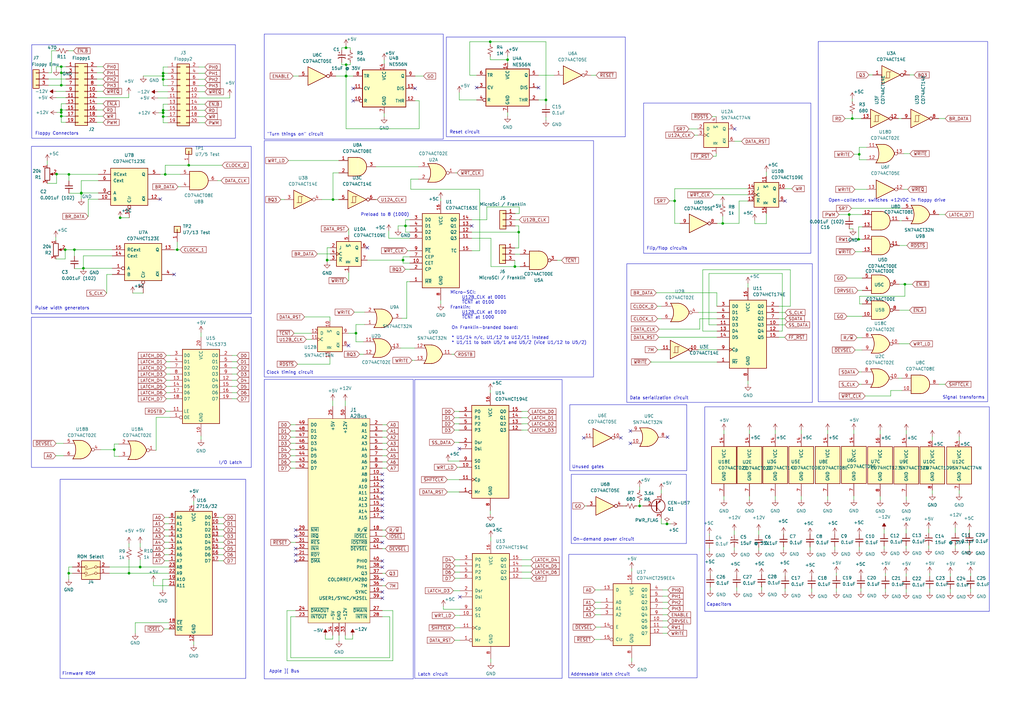
<source format=kicad_sch>
(kicad_sch (version 20230121) (generator eeschema)

  (uuid 56eaaa0c-e1fe-4237-9a20-09a5d3261c04)

  (paper "A3")

  (title_block
    (title "Micro-SCI Floppy Drive Controller")
    (date "2023-07-17")
    (rev "v0.2")
    (company "RyuCats")
  )

  

  (junction (at 352.3996 63.2968) (diameter 0) (color 0 0 0 0)
    (uuid 0eb7f77a-1691-46a5-beb9-708ba98faadf)
  )
  (junction (at 141.9606 31.1912) (diameter 0) (color 0 0 0 0)
    (uuid 13592c1d-8d3a-4a77-9349-f40d5d958c1c)
  )
  (junction (at 49.276 89.3064) (diameter 0) (color 0 0 0 0)
    (uuid 14d45346-d329-43a1-b9b8-64a35b0c2786)
  )
  (junction (at 25.1206 45.1104) (diameter 0) (color 0 0 0 0)
    (uuid 18c93022-e57b-4373-b94d-0b8237ade644)
  )
  (junction (at 25.146 34.9504) (diameter 0) (color 0 0 0 0)
    (uuid 211503ae-f2aa-4c35-adea-041e8c87a17f)
  )
  (junction (at 57.4802 232.5624) (diameter 0) (color 0 0 0 0)
    (uuid 227877cb-8d6b-42dd-9f7a-f23170c0b15d)
  )
  (junction (at 66.9036 46.2788) (diameter 0) (color 0 0 0 0)
    (uuid 227ba67b-bd2a-403b-9cca-ece13dfc9a29)
  )
  (junction (at 349.5548 48.6156) (diameter 0) (color 0 0 0 0)
    (uuid 22d6e3b8-95bd-43ec-9b4a-155fdcc0cc26)
  )
  (junction (at 262.3312 207.518) (diameter 0) (color 0 0 0 0)
    (uuid 23e17ec8-9479-4c85-9262-9a7a693e4f16)
  )
  (junction (at 66.9036 32.5628) (diameter 0) (color 0 0 0 0)
    (uuid 2668cc68-5cd8-4256-8d5f-46a4b9c3d00f)
  )
  (junction (at 23.1902 71.3994) (diameter 0) (color 0 0 0 0)
    (uuid 29ede8ec-7163-4f64-b12a-891361f6d83e)
  )
  (junction (at 141.9352 31.1912) (diameter 0) (color 0 0 0 0)
    (uuid 2ad1150c-6a6d-4f48-80de-136a5933bf00)
  )
  (junction (at 66.9036 45.2628) (diameter 0) (color 0 0 0 0)
    (uuid 3676ef53-63ee-4f61-b495-9fda43b885aa)
  )
  (junction (at 52.9082 235.1024) (diameter 0) (color 0 0 0 0)
    (uuid 4047e49c-241f-4070-8ebb-d2175194a5a3)
  )
  (junction (at 66.9036 47.8028) (diameter 0) (color 0 0 0 0)
    (uuid 48719128-be50-41b3-839a-ab256d4cf8cc)
  )
  (junction (at 67.7672 71.5264) (diameter 0) (color 0 0 0 0)
    (uuid 5003d7e0-03d4-4a97-9867-30b08d65563e)
  )
  (junction (at 208.1784 24.4856) (diameter 0) (color 0 0 0 0)
    (uuid 52c27fbd-9fc4-4e48-90e6-38e3a0d82b5d)
  )
  (junction (at 77.4192 67.7672) (diameter 0) (color 0 0 0 0)
    (uuid 531f59de-cffa-4898-944c-2df625fa4f9d)
  )
  (junction (at 371.1448 116.586) (diameter 0) (color 0 0 0 0)
    (uuid 5481632d-fd31-48d1-9241-3db81d2839df)
  )
  (junction (at 25.1206 27.3304) (diameter 0) (color 0 0 0 0)
    (uuid 5d1b5a30-0c21-467f-bb99-7ab778f56606)
  )
  (junction (at 166.3192 92.6592) (diameter 0) (color 0 0 0 0)
    (uuid 62ec17b1-65c1-4c8e-8373-71d96a4abc8f)
  )
  (junction (at 201.0664 17.1196) (diameter 0) (color 0 0 0 0)
    (uuid 68ac5519-04af-4e05-a4cf-db1e10ee5e75)
  )
  (junction (at 212.7504 95.1992) (diameter 0) (color 0 0 0 0)
    (uuid 76f27323-c1b6-4a00-a4f9-70e5b2fc6f64)
  )
  (junction (at 296.418 91.6432) (diameter 0) (color 0 0 0 0)
    (uuid 79353c67-35db-4fb8-abb6-9245fc42cbe6)
  )
  (junction (at 72.6948 102.4128) (diameter 0) (color 0 0 0 0)
    (uuid 7ce3703f-729a-4203-950c-652f669b6459)
  )
  (junction (at 26.7208 102.4128) (diameter 0) (color 0 0 0 0)
    (uuid 8333f7e2-3100-475c-84ac-bd4fd90e46a2)
  )
  (junction (at 141.9098 19.6088) (diameter 0) (color 0 0 0 0)
    (uuid 85293332-46cf-469f-9f14-444ea1474be8)
  )
  (junction (at 145.9992 136.652) (diameter 0) (color 0 0 0 0)
    (uuid 8a6f51da-dbd5-4499-9d4d-062cfa0c7452)
  )
  (junction (at 165.3032 106.68) (diameter 0) (color 0 0 0 0)
    (uuid 977745df-e2a3-4c8b-8cd8-4034ea36c9c3)
  )
  (junction (at 66.9036 30.0228) (diameter 0) (color 0 0 0 0)
    (uuid 9b875f30-8f9b-4b5b-b27e-88f17676d28e)
  )
  (junction (at 33.3502 79.1464) (diameter 0) (color 0 0 0 0)
    (uuid 9f9bb35f-05c9-4917-bf0a-74edb9b5decb)
  )
  (junction (at 352.1456 98.1456) (diameter 0) (color 0 0 0 0)
    (uuid ad2be07c-8a30-4aa7-a902-e507f61e2d74)
  )
  (junction (at 28.2702 71.5264) (diameter 0) (color 0 0 0 0)
    (uuid ad8a0025-e6c4-4a4a-96d1-a3bb46b52a4d)
  )
  (junction (at 134.1628 106.68) (diameter 0) (color 0 0 0 0)
    (uuid ae179397-46b0-4a33-ac43-4aafafbfe5b9)
  )
  (junction (at 273.558 214.884) (diameter 0) (color 0 0 0 0)
    (uuid b0f8be71-f714-4244-b97f-54dbc83dae95)
  )
  (junction (at 28.194 235.1024) (diameter 0) (color 0 0 0 0)
    (uuid b1859a5c-1e6b-49d8-81c4-6f093d35efed)
  )
  (junction (at 276.7076 82.3976) (diameter 0) (color 0 0 0 0)
    (uuid b4a3bb6a-530b-4020-a7aa-af7ad092ce73)
  )
  (junction (at 34.2138 110.0328) (diameter 0) (color 0 0 0 0)
    (uuid b56295da-b4a2-4945-9c4d-f118b61e7a62)
  )
  (junction (at 141.9606 26.5176) (diameter 0) (color 0 0 0 0)
    (uuid b69758b6-d427-4d1f-9770-f7c02da649a6)
  )
  (junction (at 25.1206 46.1264) (diameter 0) (color 0 0 0 0)
    (uuid bdee1f10-adda-41b5-867a-2a788a207ef0)
  )
  (junction (at 46.8884 184.404) (diameter 0) (color 0 0 0 0)
    (uuid c4f9e4e2-930d-4690-8724-998bb53a0423)
  )
  (junction (at 348.2848 87.9856) (diameter 0) (color 0 0 0 0)
    (uuid c6e410d8-fbfc-44b4-bcd8-be6e4755ff5a)
  )
  (junction (at 25.1206 47.6504) (diameter 0) (color 0 0 0 0)
    (uuid c9d6f061-d3e0-49e1-a019-a5b95a82d873)
  )
  (junction (at 25.146 29.8704) (diameter 0) (color 0 0 0 0)
    (uuid cd88283d-ece9-4853-85d7-ae3527962132)
  )
  (junction (at 211.1756 109.3216) (diameter 0) (color 0 0 0 0)
    (uuid e4552e4c-cca1-4eb3-a435-a3bdac03e800)
  )
  (junction (at 136.5758 81.8388) (diameter 0) (color 0 0 0 0)
    (uuid ed67b67e-a426-4e33-b6fc-58e6ea6d54f9)
  )
  (junction (at 30.5308 102.4128) (diameter 0) (color 0 0 0 0)
    (uuid f08fc34c-75fd-4391-ab9e-36ec8f420cd0)
  )
  (junction (at 33.3502 79.2734) (diameter 0) (color 0 0 0 0)
    (uuid f2487e48-6677-414e-8fde-0accde918ba7)
  )
  (junction (at 223.9264 40.9956) (diameter 0) (color 0 0 0 0)
    (uuid f58bedbe-f86d-4c34-b2d0-1df5e8ec9b59)
  )
  (junction (at 66.9036 31.1658) (diameter 0) (color 0 0 0 0)
    (uuid fd8434a6-ac94-4e1e-834a-b713ca90d0b1)
  )

  (no_connect (at 121.2596 219.9386) (uuid 00079c83-a711-4f95-8171-4707c1ffe4f2))
  (no_connect (at 188.4172 184.023) (uuid 0023254e-99a6-4e38-9aea-036adb434f94))
  (no_connect (at 254.6604 179.578) (uuid 09946f3d-95c5-4e83-bdee-666ac37263df))
  (no_connect (at 220.8784 35.9156) (uuid 0b4616bb-b68c-4768-b13c-bb3ab37b1241))
  (no_connect (at 156.8196 242.7986) (uuid 11d10470-6e67-4a4b-a7d4-b72ef4a9d1ca))
  (no_connect (at 142.9512 141.732) (uuid 2152bf48-a03d-4428-a1b1-5d9930c6322c))
  (no_connect (at 321.9704 82.4484) (uuid 2357aadf-b5b6-4a47-84a0-ec9270bf8db0))
  (no_connect (at 156.8196 202.1586) (uuid 2dd1b146-5821-42d2-b7b7-652f3d37495f))
  (no_connect (at 156.8196 232.6386) (uuid 3885ffd3-fd3b-4dba-b4f6-fb833d8d535c))
  (no_connect (at 121.2596 227.5586) (uuid 3bb3b145-9e54-4d85-a684-3f371eba77c4))
  (no_connect (at 121.2596 230.0986) (uuid 40c3baa7-d5b0-4c7e-89ad-714f7d1d467f))
  (no_connect (at 71.4248 112.5728) (uuid 46481c9d-3219-495e-99d8-4db677316f31))
  (no_connect (at 144.8562 41.3512) (uuid 4e90335f-0b5c-44b6-954e-50c9221d83fb))
  (no_connect (at 258.5466 181.8386) (uuid 55a97291-90c8-48d1-b85b-42536268fe43))
  (no_connect (at 156.8196 197.0786) (uuid 5a352595-70d1-4dc3-83fe-9cc43b2ea3b8))
  (no_connect (at 121.2596 217.3986) (uuid 5c47f2df-94cd-4506-8fb8-5fba0f3f15d4))
  (no_connect (at 301.3456 52.8828) (uuid 67e50e74-ce51-41c4-8715-55e602ab574f))
  (no_connect (at 156.8196 222.4786) (uuid 730a19e5-44b6-4b85-b39d-3319b8b30c0e))
  (no_connect (at 156.8196 209.7786) (uuid 745f3071-b71a-4126-8cfe-b28100f2c83d))
  (no_connect (at 150.6728 101.6) (uuid 7f69b8a6-fd8d-4ebf-9fac-fb9372e95fdf))
  (no_connect (at 156.8196 237.7186) (uuid 83fd2193-17e5-4a27-adca-61ac1df8125e))
  (no_connect (at 273.7866 179.2986) (uuid 878414e4-e89b-4b62-b96a-3a45817a5ccd))
  (no_connect (at 170.2562 36.2712) (uuid 8f8dedf8-ce30-4ef7-94e6-bf4dd6dfbe7d))
  (no_connect (at 156.8196 245.3386) (uuid 956a391a-da2c-4d12-905e-127887b4e204))
  (no_connect (at 121.2596 225.0186) (uuid af4080e4-3e4a-42fa-a388-9422b5495276))
  (no_connect (at 258.5466 176.7586) (uuid b084c7d8-103e-4844-afc5-634992033d4b))
  (no_connect (at 195.4784 35.9156) (uuid bb9f08b1-817c-4157-86a8-001ebeb5682d))
  (no_connect (at 156.8196 194.5386) (uuid bd9d7e14-21b3-4dcd-9f41-a79fe09ce87e))
  (no_connect (at 193.4972 92.6592) (uuid c0166046-6244-47a5-9534-d1f90d7e129b))
  (no_connect (at 156.8196 199.6186) (uuid c06ada5e-2a3b-4df5-9a4d-1d7db4b05dca))
  (no_connect (at 156.8196 207.2386) (uuid cfd67672-d5af-4a82-ac5e-032c54d5ca3f))
  (no_connect (at 239.4204 179.578) (uuid d9ee195d-667c-46b5-8c90-2d715e6afbee))
  (no_connect (at 156.8196 212.3186) (uuid dad0e8de-846b-4927-a07b-a135ef708439))
  (no_connect (at 156.8196 230.0986) (uuid e84d737c-cffc-4102-ae0c-16e7870ea92c))
  (no_connect (at 144.8562 36.2712) (uuid e85963b0-aca1-4e88-8dcc-ea6a2b30aa16))
  (no_connect (at 188.6204 244.8052) (uuid f56a3247-35bc-4734-a52e-0c4d8a7dd57a))
  (no_connect (at 156.8196 204.6986) (uuid f83a257c-1ff9-4bb7-ae91-0221c4808d11))
  (no_connect (at 65.7352 81.6864) (uuid fbba59ff-199c-431d-9558-e8c866b5ce8c))

  (wire (pts (xy 199.6948 84.8868) (xy 199.6948 90.1192))
    (stroke (width 0) (type default))
    (uuid 00574d2a-adbb-461e-bfab-c3030d96eb4f)
  )
  (wire (pts (xy 44.9072 232.5624) (xy 57.4802 232.5624))
    (stroke (width 0) (type default))
    (uuid 0069cff1-7758-4892-937b-381c82fabe50)
  )
  (wire (pts (xy 214.0204 229.5652) (xy 217.8304 229.5652))
    (stroke (width 0) (type default))
    (uuid 007e0ebe-d85a-4638-af77-d1a23acf3dd8)
  )
  (wire (pts (xy 193.4972 102.8192) (xy 196.7484 102.8192))
    (stroke (width 0) (type default))
    (uuid 00886f5c-4976-4610-9ff6-c8245aa5e3db)
  )
  (wire (pts (xy 270.1544 138.3284) (xy 294.0812 138.3284))
    (stroke (width 0) (type default))
    (uuid 00f4b3b9-78f1-4610-b5e0-84f3d25adcc5)
  )
  (wire (pts (xy 188.3664 196.723) (xy 188.3664 196.6976))
    (stroke (width 0) (type default))
    (uuid 0109a42f-4b31-4ebe-876a-96b722593589)
  )
  (wire (pts (xy 171.9072 52.7812) (xy 171.9072 41.3512))
    (stroke (width 0) (type default))
    (uuid 01e83326-4e98-4d5f-82ec-8f0b7bea881a)
  )
  (wire (pts (xy 343.0524 241.2492) (xy 343.0524 242.7224))
    (stroke (width 0) (type default))
    (uuid 01f3822c-4244-4116-8ef1-0e8cbe65c471)
  )
  (wire (pts (xy 28.0924 20.828) (xy 30.1752 20.828))
    (stroke (width 0) (type default))
    (uuid 03301470-88bc-4f38-b6b6-ca7d042bb234)
  )
  (wire (pts (xy 25.146 29.8704) (xy 27.0256 29.8704))
    (stroke (width 0) (type default))
    (uuid 03443bb4-edca-49b6-a718-c6bad3c38dd0)
  )
  (wire (pts (xy 271.78 259.7404) (xy 273.7612 259.7404))
    (stroke (width 0) (type default))
    (uuid 039917d2-99a2-4522-8665-986db18d8e31)
  )
  (wire (pts (xy 328.6252 176.403) (xy 328.6252 178.054))
    (stroke (width 0) (type default))
    (uuid 040dbea4-9977-4a31-9393-13ea60b16445)
  )
  (wire (pts (xy 89.6112 219.8624) (xy 91.6432 219.8624))
    (stroke (width 0) (type default))
    (uuid 04752ae3-bfc2-458d-bdc8-afea6c7649ee)
  )
  (wire (pts (xy 314.3504 91.694) (xy 309.5244 91.694))
    (stroke (width 0) (type default))
    (uuid 04a6efa1-aa9e-4645-bd05-c8e4cdf162a6)
  )
  (wire (pts (xy 165.3032 105.3592) (xy 165.3032 106.68))
    (stroke (width 0) (type default))
    (uuid 04c4f103-cb52-4f78-8869-ddd422c5923e)
  )
  (wire (pts (xy 306.7812 156.1084) (xy 306.7812 157.6324))
    (stroke (width 0) (type default))
    (uuid 05420eaf-24bd-4d1e-99bf-3be6ddd68c66)
  )
  (wire (pts (xy 292.0746 47.8028) (xy 293.7256 47.8028))
    (stroke (width 0) (type default))
    (uuid 05c4193c-faca-4502-a4be-7633bebf234d)
  )
  (wire (pts (xy 271.78 254.6604) (xy 273.812 254.6604))
    (stroke (width 0) (type default))
    (uuid 05fc5cc0-bb44-4350-a781-560e0e3b4c4c)
  )
  (wire (pts (xy 117.7036 250.4186) (xy 117.7036 270.9926))
    (stroke (width 0) (type default))
    (uuid 06181ce3-b06b-4529-8cce-dd2810672270)
  )
  (wire (pts (xy 349.5548 46.6852) (xy 349.5548 48.6156))
    (stroke (width 0) (type default))
    (uuid 06218eff-932a-4ad7-ab6b-b89dec2588f6)
  )
  (wire (pts (xy 69.2912 224.9424) (xy 67.5132 224.9424))
    (stroke (width 0) (type default))
    (uuid 064b29a8-f9a3-4267-b587-373d5046518a)
  )
  (wire (pts (xy 214.376 176.3776) (xy 216.4842 176.3776))
    (stroke (width 0) (type default))
    (uuid 0656086a-1f5b-495e-8615-b7c40f0badad)
  )
  (wire (pts (xy 65.7352 71.5264) (xy 67.7672 71.5264))
    (stroke (width 0) (type default))
    (uuid 0658e204-d1d7-4688-850d-e45c9a506c98)
  )
  (wire (pts (xy 170.2562 31.1912) (xy 173.7106 31.1912))
    (stroke (width 0) (type default))
    (uuid 067721b1-e889-468c-8cef-c43830664980)
  )
  (wire (pts (xy 188.2648 168.7576) (xy 186.3852 168.7576))
    (stroke (width 0) (type default))
    (uuid 0754172d-7b54-485f-b2c6-89de78d13fc8)
  )
  (wire (pts (xy 363.1692 235.1024) (xy 363.1692 236.3216))
    (stroke (width 0) (type default))
    (uuid 07ce118a-36c3-4925-b88e-d82dc01ee467)
  )
  (wire (pts (xy 180.7972 81.4832) (xy 180.7972 82.4992))
    (stroke (width 0) (type default))
    (uuid 09aa1bf2-8a17-4f34-8d88-8b81ad5c5abb)
  )
  (wire (pts (xy 39.7256 45.1104) (xy 42.2656 45.1104))
    (stroke (width 0) (type default))
    (uuid 09c87717-7ef4-45f4-b64d-0750365e4a24)
  )
  (wire (pts (xy 68.2244 148.336) (xy 69.7484 148.336))
    (stroke (width 0) (type default))
    (uuid 0a0b1b1c-92a4-478c-aa5b-ee031bba2f03)
  )
  (wire (pts (xy 52.9082 235.1024) (xy 69.2912 235.1024))
    (stroke (width 0) (type default))
    (uuid 0b2ece80-3483-4240-b6c8-87d84edcd6a8)
  )
  (wire (pts (xy 68.2244 150.876) (xy 69.7484 150.876))
    (stroke (width 0) (type default))
    (uuid 0b68a056-85b6-48d1-a2cc-038c8a65659f)
  )
  (wire (pts (xy 66.7512 241.9096) (xy 66.7512 237.6424))
    (stroke (width 0) (type default))
    (uuid 0c0c9414-8569-47d0-9bbd-a5c6f7990176)
  )
  (wire (pts (xy 124.9172 129.9972) (xy 135.3312 129.9972))
    (stroke (width 0) (type default))
    (uuid 0c245cbd-de2b-42e4-ad95-41f85b657bc9)
  )
  (wire (pts (xy 352.3996 65.532) (xy 355.4476 65.532))
    (stroke (width 0) (type default))
    (uuid 0c490525-8dc8-42cf-8f5d-14c1f973c5bc)
  )
  (wire (pts (xy 269.6972 130.7084) (xy 271.2212 130.7084))
    (stroke (width 0) (type default))
    (uuid 0d5c8966-853d-4aee-89ff-753b20ea3fd6)
  )
  (wire (pts (xy 25.1206 45.1104) (xy 27.0256 45.1104))
    (stroke (width 0) (type default))
    (uuid 0d838062-46de-45e9-bfdd-65e77dd8aee8)
  )
  (wire (pts (xy 19.8628 29.8704) (xy 21.1328 29.8704))
    (stroke (width 0) (type default))
    (uuid 0de6ee5b-f0fe-43fd-bcfd-7b0a164bb68c)
  )
  (wire (pts (xy 67.9704 168.656) (xy 69.7484 168.656))
    (stroke (width 0) (type default))
    (uuid 0e12576a-5d20-430c-b87b-bc4facb73712)
  )
  (wire (pts (xy 350.2152 63.2968) (xy 352.3996 63.2968))
    (stroke (width 0) (type default))
    (uuid 0e4c835e-1a72-4fc8-beef-fd110906edea)
  )
  (wire (pts (xy 214.0204 232.1052) (xy 217.8304 232.1052))
    (stroke (width 0) (type default))
    (uuid 0f094e4b-acc5-4d61-81bb-2d09930a28bd)
  )
  (wire (pts (xy 262.3312 199.644) (xy 262.3312 201.041))
    (stroke (width 0) (type default))
    (uuid 10252dee-e0c1-46aa-b100-90f76de019ec)
  )
  (wire (pts (xy 159.8676 269.7226) (xy 159.8676 252.9586))
    (stroke (width 0) (type default))
    (uuid 103875b5-8d01-45bb-9766-b4bffd2a91ed)
  )
  (wire (pts (xy 171.6024 73.4568) (xy 168.5036 73.4568))
    (stroke (width 0) (type default))
    (uuid 1238dca2-75ce-456c-9355-6d2139e5e0aa)
  )
  (wire (pts (xy 269.5702 125.6284) (xy 271.2212 125.6284))
    (stroke (width 0) (type default))
    (uuid 124b9756-7dbf-43a0-80e7-a46f9a2b36c9)
  )
  (wire (pts (xy 214.376 176.403) (xy 214.376 176.3776))
    (stroke (width 0) (type default))
    (uuid 125e7f04-30f0-4f88-af7b-caf18148782b)
  )
  (wire (pts (xy 319.4812 125.6284) (xy 324.1802 125.6284))
    (stroke (width 0) (type default))
    (uuid 1356113a-513f-4af7-ba9a-3e0eb779f180)
  )
  (wire (pts (xy 397.6116 223.6724) (xy 397.6116 225.1456))
    (stroke (width 0) (type default))
    (uuid 1391e7ee-70c8-4a50-8385-11f6a7f1abba)
  )
  (wire (pts (xy 244.348 257.2004) (xy 246.38 257.2004))
    (stroke (width 0) (type default))
    (uuid 13a98e74-3895-4860-ace8-42264bd188ca)
  )
  (wire (pts (xy 58.7756 31.1658) (xy 66.9036 31.1658))
    (stroke (width 0) (type default))
    (uuid 141295d1-b5fc-4f78-b6c6-4a5775b63835)
  )
  (wire (pts (xy 188.1124 176.403) (xy 188.1124 176.3776))
    (stroke (width 0) (type default))
    (uuid 14237b2d-35e0-4923-9a7b-d65817700424)
  )
  (wire (pts (xy 188.3664 196.6976) (xy 183.4642 196.6976))
    (stroke (width 0) (type default))
    (uuid 1568cca2-d9ad-41d0-b548-de2df5e16612)
  )
  (wire (pts (xy 368.8588 116.586) (xy 371.1448 116.586))
    (stroke (width 0) (type default))
    (uuid 15776cd5-5e30-4bf6-9cc4-824c5705194c)
  )
  (wire (pts (xy 72.6948 102.4128) (xy 73.8378 102.4128))
    (stroke (width 0) (type default))
    (uuid 161eeac9-3140-408f-bf18-bad1c281881f)
  )
  (wire (pts (xy 157.5562 46.4312) (xy 157.5562 47.9552))
    (stroke (width 0) (type default))
    (uuid 16728753-ca6c-4fe7-8178-d0982b6b4f17)
  )
  (wire (pts (xy 360.9848 203.5556) (xy 360.9848 205.0796))
    (stroke (width 0) (type default))
    (uuid 16755ab3-9878-498d-b781-70eb0a8321ce)
  )
  (wire (pts (xy 136.5758 70.9168) (xy 136.5758 81.8388))
    (stroke (width 0) (type default))
    (uuid 1675ca04-4c5f-4b67-bb62-04a02e0c8b69)
  )
  (wire (pts (xy 156.8196 179.2986) (xy 158.5976 179.2986))
    (stroke (width 0) (type default))
    (uuid 169e61eb-96e8-4c61-89f0-5030d1e7f392)
  )
  (wire (pts (xy 201.3712 109.3216) (xy 201.3712 97.7392))
    (stroke (width 0) (type default))
    (uuid 17d991fb-7651-4a3d-90b7-989e67fb6932)
  )
  (wire (pts (xy 311.1754 217.6272) (xy 311.1754 219.4052))
    (stroke (width 0) (type default))
    (uuid 1901c3db-6846-4baf-a944-eb37755bbafa)
  )
  (wire (pts (xy 286.4612 128.1684) (xy 294.0812 128.1684))
    (stroke (width 0) (type default))
    (uuid 1a8f27f6-8e7c-4479-9c29-473839a5673e)
  )
  (wire (pts (xy 140.1826 19.6088) (xy 141.9098 19.6088))
    (stroke (width 0) (type default))
    (uuid 1a9949f8-d6e1-44c2-8abb-f0e22252bdef)
  )
  (wire (pts (xy 193.4972 97.7392) (xy 201.3712 97.7392))
    (stroke (width 0) (type default))
    (uuid 1aa04cfe-8dfe-4531-80f7-9c39f6757763)
  )
  (wire (pts (xy 121.2596 186.9186) (xy 119.2276 186.9186))
    (stroke (width 0) (type default))
    (uuid 1af49ea9-2385-422c-915b-da380d233ae8)
  )
  (wire (pts (xy 344.1192 87.9856) (xy 348.2848 87.9856))
    (stroke (width 0) (type default))
    (uuid 1bdb14cd-6438-42dc-b5eb-9f1b82ac6ee8)
  )
  (wire (pts (xy 211.1756 104.2416) (xy 213.3092 104.2416))
    (stroke (width 0) (type default))
    (uuid 1bf36dd4-f692-415d-b903-22a2d1f06abb)
  )
  (wire (pts (xy 25.1206 47.6504) (xy 25.1206 50.1904))
    (stroke (width 0) (type default))
    (uuid 1c354fa8-4163-40d2-8ab9-1e82d13a25c0)
  )
  (wire (pts (xy 21.1328 29.8704) (xy 21.1328 20.828))
    (stroke (width 0) (type default))
    (uuid 1c36997d-9be1-425d-b852-4553a0d143f9)
  )
  (wire (pts (xy 353.1108 241.2746) (xy 353.1108 242.57))
    (stroke (width 0) (type default))
    (uuid 1db73742-0af7-468d-8275-4f48b9889d17)
  )
  (wire (pts (xy 271.78 247.0404) (xy 273.939 247.0404))
    (stroke (width 0) (type default))
    (uuid 1df8e6c8-70be-4d44-9611-4958c61c9713)
  )
  (wire (pts (xy 69.2912 230.0224) (xy 67.5132 230.0224))
    (stroke (width 0) (type default))
    (uuid 1e42d8a7-e536-4d54-af0a-127f1462310f)
  )
  (wire (pts (xy 82.4484 178.816) (xy 82.4484 180.34))
    (stroke (width 0) (type default))
    (uuid 20d9c6c4-736f-4ad1-a5ed-f7de55b7f1d5)
  )
  (wire (pts (xy 208.1784 22.9616) (xy 208.1784 24.4856))
    (stroke (width 0) (type default))
    (uuid 213f6e22-e8c8-4492-a379-2322f30f3125)
  )
  (wire (pts (xy 90.678 74.0664) (xy 89.2048 74.0664))
    (stroke (width 0) (type default))
    (uuid 22081a94-28e3-4eac-a972-1e55a9b4b799)
  )
  (wire (pts (xy 302.2092 241.173) (xy 302.2092 242.3668))
    (stroke (width 0) (type default))
    (uuid 2208e5e4-3b49-4ffb-943b-72a998dbdc13)
  )
  (wire (pts (xy 332.9178 241.6302) (xy 332.9178 242.824))
    (stroke (width 0) (type default))
    (uuid 221ec62f-e07d-4cf7-8f6c-ee89f303129b)
  )
  (wire (pts (xy 186.5884 257.5052) (xy 188.6204 257.5052))
    (stroke (width 0) (type default))
    (uuid 22f92fd4-22c2-49c2-b68f-c98d01d59bb6)
  )
  (wire (pts (xy 133.4516 260.5786) (xy 133.4516 262.1026))
    (stroke (width 0) (type default))
    (uuid 234e4088-7b74-4b83-ac7a-d26a332b7728)
  )
  (wire (pts (xy 68.8086 42.7228) (xy 66.9036 42.7228))
    (stroke (width 0) (type default))
    (uuid 23a385f6-c567-4c32-b440-5de537d5d224)
  )
  (wire (pts (xy 25.1206 42.5704) (xy 25.1206 45.1104))
    (stroke (width 0) (type default))
    (uuid 24b5e0b4-6844-4584-9cc5-77dfd19e9a39)
  )
  (wire (pts (xy 165.3032 105.3592) (xy 168.0972 105.3592))
    (stroke (width 0) (type default))
    (uuid 252e28f1-2826-4f6b-b5a9-8bf0780e68d6)
  )
  (wire (pts (xy 266.9032 148.4376) (xy 267.0556 148.4376))
    (stroke (width 0) (type default))
    (uuid 260647dc-5c22-4300-8f41-c2a808039a1b)
  )
  (wire (pts (xy 244.094 252.1204) (xy 246.38 252.1204))
    (stroke (width 0) (type default))
    (uuid 26970cac-8593-4f8a-9df6-0c3172c51261)
  )
  (wire (pts (xy 188.1632 173.8376) (xy 186.3852 173.8376))
    (stroke (width 0) (type default))
    (uuid 26ddf6b2-550e-415c-8c7d-c6d7c0d5e523)
  )
  (wire (pts (xy 393.3952 179.0954) (xy 393.3952 180.7464))
    (stroke (width 0) (type default))
    (uuid 26e2c626-2054-4bf2-bc0f-17f2cb652a87)
  )
  (wire (pts (xy 350.8248 103.2256) (xy 353.6696 103.2256))
    (stroke (width 0) (type default))
    (uuid 27099863-8b7e-4f4e-9483-231766d037e6)
  )
  (wire (pts (xy 324.1802 110.6424) (xy 288.2392 110.6424))
    (stroke (width 0) (type default))
    (uuid 27b956ed-c09f-4b92-adbb-7df9d3bcc521)
  )
  (wire (pts (xy 188.214 171.2976) (xy 186.3852 171.2976))
    (stroke (width 0) (type default))
    (uuid 28d12758-ff2d-4dc4-9737-1eb7e05cd3dd)
  )
  (wire (pts (xy 142.9512 136.652) (xy 145.9992 136.652))
    (stroke (width 0) (type default))
    (uuid 291d89ff-3591-491a-bea1-d06156d7740c)
  )
  (wire (pts (xy 349.5548 48.6156) (xy 346.6084 48.6156))
    (stroke (width 0) (type default))
    (uuid 29968094-cb34-409f-889a-ef790877f393)
  )
  (wire (pts (xy 135.4328 101.6) (xy 134.1628 101.6))
    (stroke (width 0) (type default))
    (uuid 2acb5921-7af8-4f3f-ad29-3f90022b3486)
  )
  (wire (pts (xy 121.2596 222.4786) (xy 119.2276 222.4786))
    (stroke (width 0) (type default))
    (uuid 2b000f12-7837-4dbb-9b1f-5fedbdeacacc)
  )
  (wire (pts (xy 141.5796 262.1026) (xy 144.6276 262.1026))
    (stroke (width 0) (type default))
    (uuid 2b3e8503-775e-4be7-b759-0f65b7dd6fb9)
  )
  (wire (pts (xy 25.1206 27.3304) (xy 25.1206 29.8704))
    (stroke (width 0) (type default))
    (uuid 2b4e42f4-9ea0-4e13-a982-864d96afe2bd)
  )
  (wire (pts (xy 181.864 249.8852) (xy 188.6204 249.8852))
    (stroke (width 0) (type default))
    (uuid 2b771cda-6ef1-4228-a7b9-606d6089e450)
  )
  (wire (pts (xy 69.2912 214.7824) (xy 67.5132 214.7824))
    (stroke (width 0) (type default))
    (uuid 2b922a83-3308-4215-9822-51cefc25e060)
  )
  (wire (pts (xy 192.6844 30.8356) (xy 192.6844 17.1196))
    (stroke (width 0) (type default))
    (uuid 2bbb70e5-c86d-4125-b3fd-383eda8a636a)
  )
  (wire (pts (xy 145.9992 136.652) (xy 145.9992 140.208))
    (stroke (width 0) (type default))
    (uuid 2bd0af92-7508-40d7-8137-150efcf06ce9)
  )
  (wire (pts (xy 141.9352 31.1912) (xy 141.9352 52.7812))
    (stroke (width 0) (type default))
    (uuid 2c505973-1eb3-4942-becd-c975203b9252)
  )
  (wire (pts (xy 259.08 269.9004) (xy 259.08 271.4244))
    (stroke (width 0) (type default))
    (uuid 2ced7b97-65c3-40c2-855f-899ba28847a9)
  )
  (wire (pts (xy 312.3438 240.7666) (xy 312.3438 240.6142))
    (stroke (width 0) (type default))
    (uuid 2eedb8ed-394a-4abd-b8c0-640c2b1adc79)
  )
  (wire (pts (xy 356.362 30.734) (xy 357.886 30.734))
    (stroke (width 0) (type default))
    (uuid 2f68bce5-d72c-4897-b6ff-95016d192940)
  )
  (wire (pts (xy 121.2596 184.3786) (xy 119.2276 184.3786))
    (stroke (width 0) (type default))
    (uuid 319b669a-6a92-4893-9b98-c408df234816)
  )
  (wire (pts (xy 79.4512 263.0424) (xy 79.4512 264.4394))
    (stroke (width 0) (type default))
    (uuid 33099e0a-fa78-4987-9d6f-e97f8bb30e04)
  )
  (wire (pts (xy 213.8172 176.403) (xy 214.376 176.403))
    (stroke (width 0) (type default))
    (uuid 330eb766-294c-41b5-8dbc-b9623757c888)
  )
  (wire (pts (xy 81.5086 35.1028) (xy 84.0486 35.1028))
    (stroke (width 0) (type default))
    (uuid 3321ca68-360f-43c2-96b3-e6b31e08b312)
  )
  (wire (pts (xy 39.7256 37.4904) (xy 42.2656 37.4904))
    (stroke (width 0) (type default))
    (uuid 33859ce5-cded-4922-abe0-c4afb5f18990)
  )
  (wire (pts (xy 145.9992 133.096) (xy 145.9992 136.652))
    (stroke (width 0) (type default))
    (uuid 33ca31fa-84e2-422e-88f1-847a5a145573)
  )
  (wire (pts (xy 244.094 249.5804) (xy 246.38 249.5804))
    (stroke (width 0) (type default))
    (uuid 33fcac58-8184-4d20-a1c4-284cdd66749e)
  )
  (wire (pts (xy 25.1206 29.8704) (xy 25.146 29.8704))
    (stroke (width 0) (type default))
    (uuid 3417a8d8-27e7-4017-8c55-1a7645d76a1d)
  )
  (wire (pts (xy 64.7446 40.1828) (xy 68.8086 40.1828))
    (stroke (width 0) (type default))
    (uuid 348e1eab-d2c1-4b17-9096-fe568a6ea495)
  )
  (wire (pts (xy 271.78 244.5004) (xy 273.939 244.5004))
    (stroke (width 0) (type default))
    (uuid 34d43017-421d-4833-8ffd-032b2cb1a4d5)
  )
  (wire (pts (xy 33.3502 74.0664) (xy 33.3502 79.1464))
    (stroke (width 0) (type default))
    (uuid 3579f635-6354-42f8-a75c-3f1c4ddbabe0)
  )
  (wire (pts (xy 28.194 235.1024) (xy 29.6672 235.1024))
    (stroke (width 0) (type default))
    (uuid 35b32b23-24e6-4df4-9409-7e5e986bd414)
  )
  (wire (pts (xy 267.0556 148.4884) (xy 294.0812 148.4884))
    (stroke (width 0) (type default))
    (uuid 366e3e3b-16b9-4813-8093-b0a030f46916)
  )
  (wire (pts (xy 46.8884 187.198) (xy 48.6664 187.198))
    (stroke (width 0) (type default))
    (uuid 36dabc5e-7da5-44d2-9a3b-0b41b99f0479)
  )
  (wire (pts (xy 95.1484 161.036) (xy 97.1804 161.036))
    (stroke (width 0) (type default))
    (uuid 37a63329-bc53-4bc9-a3a4-1ec82f83cda1)
  )
  (wire (pts (xy 95.1484 148.336) (xy 97.1804 148.336))
    (stroke (width 0) (type default))
    (uuid 37f4e18f-a43e-4eb6-81b1-ce9b6990c4bc)
  )
  (wire (pts (xy 166.9288 115.5192) (xy 168.0972 115.5192))
    (stroke (width 0) (type default))
    (uuid 38817953-56b1-4e6d-9248-8bf813deacf0)
  )
  (wire (pts (xy 133.4516 262.1026) (xy 136.4996 262.1026))
    (stroke (width 0) (type default))
    (uuid 38891a5f-796b-4863-8641-e71ba85257a8)
  )
  (wire (pts (xy 352.4504 224.2058) (xy 352.4504 225.5012))
    (stroke (width 0) (type default))
    (uuid 38b47637-5050-47ac-af4f-98392006f2e2)
  )
  (wire (pts (xy 352.552 121.5136) (xy 352.552 124.6632))
    (stroke (width 0) (type default))
    (uuid 38bbb2ba-655f-4fc6-b64c-71279fa91587)
  )
  (wire (pts (xy 156.8196 189.4586) (xy 158.5976 189.4586))
    (stroke (width 0) (type default))
    (uuid 39057a9e-8840-42e9-83e6-4aff46397e01)
  )
  (wire (pts (xy 188.4172 168.783) (xy 188.2648 168.783))
    (stroke (width 0) (type default))
    (uuid 3967a7f7-9cae-4a03-ab22-fbf79e569eef)
  )
  (wire (pts (xy 139.0396 260.5786) (xy 139.0396 262.8646))
    (stroke (width 0) (type default))
    (uuid 39c95b3c-9153-493a-bf90-c97480710e15)
  )
  (wire (pts (xy 276.7076 77.3684) (xy 306.7304 77.3684))
    (stroke (width 0) (type default))
    (uuid 39cb24c1-da17-45ac-a22a-b2797c1ec8d6)
  )
  (wire (pts (xy 188.3664 196.723) (xy 188.4172 196.723))
    (stroke (width 0) (type default))
    (uuid 39e6851e-e98b-4b38-ac47-417d5a1b0d16)
  )
  (wire (pts (xy 41.3004 184.404) (xy 46.8884 184.404))
    (stroke (width 0) (type default))
    (uuid 3a9f8d25-150e-4f10-bfd9-b6eb1252dc52)
  )
  (wire (pts (xy 212.9536 84.8868) (xy 199.6948 84.8868))
    (stroke (width 0) (type default))
    (uuid 3b07724e-288b-47d2-842d-3bb7c521462f)
  )
  (wire (pts (xy 347.3704 129.7432) (xy 353.6188 129.7432))
    (stroke (width 0) (type default))
    (uuid 3b0854d9-c882-4656-b38a-d91434bdd4de)
  )
  (wire (pts (xy 156.8196 184.3786) (xy 158.5976 184.3786))
    (stroke (width 0) (type default))
    (uuid 3b1f80e4-9899-4eba-b63e-89ca6dbb1c37)
  )
  (wire (pts (xy 321.3354 224.282) (xy 321.3354 225.5012))
    (stroke (width 0) (type default))
    (uuid 3b5fe685-44aa-435c-856c-b0131936263f)
  )
  (wire (pts (xy 156.8196 240.2586) (xy 158.0896 240.2586))
    (stroke (width 0) (type default))
    (uuid 3b8dae4d-f4bc-4417-a381-a0888263da7b)
  )
  (wire (pts (xy 81.5086 45.2628) (xy 84.0486 45.2628))
    (stroke (width 0) (type default))
    (uuid 3c53083b-e778-489a-8a5a-3aef58728150)
  )
  (wire (pts (xy 271.78 257.2004) (xy 273.812 257.2004))
    (stroke (width 0) (type default))
    (uuid 3d31a697-51de-4e0a-a36c-b8e16bc1a8d7)
  )
  (wire (pts (xy 55.5244 255.4224) (xy 55.5244 255.4732))
    (stroke (width 0) (type default))
    (uuid 3d3fab1e-b37f-4852-bd25-3f861271cbb9)
  )
  (wire (pts (xy 259.08 233.1974) (xy 259.08 234.3404))
    (stroke (width 0) (type default))
    (uuid 3d43c4df-5732-4c74-b1d1-0e5d80941e7a)
  )
  (wire (pts (xy 141.9352 52.7812) (xy 171.9072 52.7812))
    (stroke (width 0) (type default))
    (uuid 3dda110d-7a2a-4c29-aebd-62a4e68366d0)
  )
  (wire (pts (xy 214.0204 234.6452) (xy 217.8304 234.6452))
    (stroke (width 0) (type default))
    (uuid 3f5f71cf-4671-493f-adfd-29d112b44546)
  )
  (wire (pts (xy 296.418 88.646) (xy 296.418 91.6432))
    (stroke (width 0) (type default))
    (uuid 4099f960-bb91-49e1-bf30-9ce4f3907b58)
  )
  (wire (pts (xy 220.8784 40.9956) (xy 223.9264 40.9956))
    (stroke (width 0) (type default))
    (uuid 41a9a39b-2cbb-44f0-80fa-514630e8dc44)
  )
  (wire (pts (xy 188.6204 237.1852) (xy 186.5884 237.1852))
    (stroke (width 0) (type default))
    (uuid 42272146-16b6-4961-b697-8d8f07fcfca2)
  )
  (wire (pts (xy 69.2912 219.8624) (xy 67.5132 219.8624))
    (stroke (width 0) (type default))
    (uuid 423ac83c-2820-4103-b475-46dbb6c3c019)
  )
  (wire (pts (xy 188.3156 201.7776) (xy 183.4642 201.7776))
    (stroke (width 0) (type default))
    (uuid 4260c575-11f9-4ef1-ad5f-cbee43830f9b)
  )
  (wire (pts (xy 154.178 68.3768) (xy 171.6024 68.3768))
    (stroke (width 0) (type default))
    (uuid 433226a3-aef3-4bef-9e83-7e8e6566a820)
  )
  (wire (pts (xy 95.1484 150.876) (xy 97.1804 150.876))
    (stroke (width 0) (type default))
    (uuid 4386ef56-a88d-4d19-8f54-59ec26d88a07)
  )
  (wire (pts (xy 303.1236 82.4484) (xy 306.7304 82.4484))
    (stroke (width 0) (type default))
    (uuid 44999f12-341c-4217-a46e-dfd61699ebac)
  )
  (wire (pts (xy 69.2912 222.4024) (xy 67.5132 222.4024))
    (stroke (width 0) (type default))
    (uuid 4566a2a0-6592-4246-b2d5-7715d2ce6563)
  )
  (wire (pts (xy 273.558 214.884) (xy 271.2212 214.884))
    (stroke (width 0) (type default))
    (uuid 45a47d51-b855-4423-bb51-458cfe753fb6)
  )
  (wire (pts (xy 154.1272 81.8388) (xy 154.686 81.8388))
    (stroke (width 0) (type default))
    (uuid 45fefb57-e01b-4797-b7a4-e56e0b2a70bb)
  )
  (wire (pts (xy 52.9082 222.9104) (xy 52.9082 224.4344))
    (stroke (width 0) (type default))
    (uuid 46ab67f8-f711-4e63-a219-1709c00c7dcd)
  )
  (wire (pts (xy 22.9108 97.282) (xy 22.9108 98.6028))
    (stroke (width 0) (type default))
    (uuid 47e81150-f847-4373-94c8-74272ed0d6b8)
  )
  (wire (pts (xy 213.8172 173.863) (xy 214.3252 173.863))
    (stroke (width 0) (type default))
    (uuid 48d9f184-31bd-403f-812a-b8925b43f59d)
  )
  (wire (pts (xy 208.1784 24.4856) (xy 208.1784 25.7556))
    (stroke (width 0) (type default))
    (uuid 48f198fa-4e7c-4caa-a879-e9922c229418)
  )
  (wire (pts (xy 156.8196 219.9386) (xy 158.0896 219.9386))
    (stroke (width 0) (type default))
    (uuid 4907fd95-2adc-4178-91f0-5e7ab6a8d462)
  )
  (wire (pts (xy 89.6112 222.4024) (xy 91.6432 222.4024))
    (stroke (width 0) (type default))
    (uuid 4981531b-a445-425a-985c-35b8db68489f)
  )
  (wire (pts (xy 141.9352 31.1912) (xy 141.9606 31.1912))
    (stroke (width 0) (type default))
    (uuid 49a241a9-90c2-4b7a-bedd-d204d312788e)
  )
  (wire (pts (xy 166.8272 115.57) (xy 166.9288 115.57))
    (stroke (width 0) (type default))
    (uuid 49cc91fd-dd84-4fc1-9692-8fb5e34396a5)
  )
  (wire (pts (xy 43.7388 120.2436) (xy 43.7896 120.2436))
    (stroke (width 0) (type default))
    (uuid 49f73d90-a4b4-4984-9ada-872de592c31d)
  )
  (wire (pts (xy 166.3192 95.1992) (xy 168.0972 95.1992))
    (stroke (width 0) (type default))
    (uuid 49fdc7cd-5779-4afe-82e8-1924159c0fb2)
  )
  (wire (pts (xy 306.7812 116.2304) (xy 306.7812 118.0084))
    (stroke (width 0) (type default))
    (uuid 4a0e8f76-ca6e-4721-992e-d4d4f847c5fd)
  )
  (wire (pts (xy 239.8776 207.518) (xy 240.5888 207.518))
    (stroke (width 0) (type default))
    (uuid 4a2acf95-6f7d-4425-a23c-0cb7cb65edd5)
  )
  (wire (pts (xy 140.1826 26.5176) (xy 141.9606 26.5176))
    (stroke (width 0) (type default))
    (uuid 4a6bcec2-0cdb-4f58-930e-63f866cb2527)
  )
  (wire (pts (xy 135.3312 129.9972) (xy 135.3312 131.572))
    (stroke (width 0) (type default))
    (uuid 4a8387e4-c19b-44cc-9feb-8ae263107b2f)
  )
  (wire (pts (xy 27.0256 42.5704) (xy 25.1206 42.5704))
    (stroke (width 0) (type default))
    (uuid 4af229f5-987e-4c55-9490-6faecb3c88dd)
  )
  (wire (pts (xy 294.0812 133.2484) (xy 290.7792 133.2484))
    (stroke (width 0) (type default))
    (uuid 4b3e831f-a122-4475-bcb9-8db61283b7fb)
  )
  (wire (pts (xy 371.6274 223.8502) (xy 371.6274 225.1202))
    (stroke (width 0) (type default))
    (uuid 4b422eec-f9ee-4120-8d22-d5d00ab5f408)
  )
  (wire (pts (xy 276.7076 91.6432) (xy 276.7076 82.3976))
    (stroke (width 0) (type default))
    (uuid 4c87f223-dc35-4b7b-9e2f-17fe38a876c1)
  )
  (wire (pts (xy 23.2156 71.4248) (xy 23.1648 71.4248))
    (stroke (width 0) (type default))
    (uuid 4c8f8603-2af7-4091-911b-bc7110ad9154)
  )
  (wire (pts (xy 188.3156 201.803) (xy 188.3156 201.7776))
    (stroke (width 0) (type default))
    (uuid 4ca7ba50-1b86-4d8e-ae73-33f61bbbc22b)
  )
  (wire (pts (xy 67.7672 67.7672) (xy 67.7672 71.5264))
    (stroke (width 0) (type default))
    (uuid 4ceffd38-2de5-46a5-a0f7-e842ec3cae1d)
  )
  (wire (pts (xy 156.8196 217.3986) (xy 158.0896 217.3986))
    (stroke (width 0) (type default))
    (uuid 4dc6859c-4634-4b4e-8fad-c1355a95536a)
  )
  (wire (pts (xy 317.9572 176.403) (xy 317.9572 178.054))
    (stroke (width 0) (type default))
    (uuid 4dce062f-fe9c-45ba-bf07-19e677fc1793)
  )
  (wire (pts (xy 385.1148 157.6324) (xy 387.6548 157.6324))
    (stroke (width 0) (type default))
    (uuid 4dde7aee-c1c9-4f18-8bfc-1b6958c65307)
  )
  (wire (pts (xy 81.5086 40.1828) (xy 94.234 40.1828))
    (stroke (width 0) (type default))
    (uuid 4dffd22e-b19b-47f3-854b-ff138b1e6189)
  )
  (wire (pts (xy 63.9064 184.658) (xy 64.0334 184.658))
    (stroke (width 0) (type default))
    (uuid 4fc3c75b-2b15-47d6-9f44-3c0048d976f1)
  )
  (wire (pts (xy 68.2244 161.036) (xy 69.7484 161.036))
    (stroke (width 0) (type default))
    (uuid 4fc5ae12-b524-423e-a64b-06c7f1a248a6)
  )
  (wire (pts (xy 269.6972 143.4084) (xy 271.0942 143.4084))
    (stroke (width 0) (type default))
    (uuid 503cfeda-3806-406b-97d7-dfb204b10ed8)
  )
  (wire (pts (xy 166.2176 110.4392) (xy 168.0972 110.4392))
    (stroke (width 0) (type default))
    (uuid 503d515e-d298-49b3-9128-617c3ddc37ee)
  )
  (wire (pts (xy 28.194 237.5408) (xy 28.194 235.1024))
    (stroke (width 0) (type default))
    (uuid 51074ef0-0c5d-4d62-b757-e05b5bb9b7dd)
  )
  (wire (pts (xy 28.194 235.1024) (xy 28.194 232.5624))
    (stroke (width 0) (type default))
    (uuid 5150a3ea-ce3f-456e-b571-39cc2c602898)
  )
  (wire (pts (xy 214.2236 168.783) (xy 214.2236 168.7576))
    (stroke (width 0) (type default))
    (uuid 5151ee5e-a27f-4647-8844-e7d15f1ade8d)
  )
  (wire (pts (xy 66.9036 32.5628) (xy 68.8086 32.5628))
    (stroke (width 0) (type default))
    (uuid 51d485f7-bfd6-4fd6-8acc-f0dfff888b18)
  )
  (wire (pts (xy 166.7764 130.556) (xy 164.7952 130.556))
    (stroke (width 0) (type default))
    (uuid 51f46faa-d72c-4e35-bc56-5e81ffa15070)
  )
  (wire (pts (xy 69.2912 255.4224) (xy 55.5244 255.4224))
    (stroke (width 0) (type default))
    (uuid 523202d4-2946-4bb5-908b-af87af37ffd7)
  )
  (wire (pts (xy 91.0844 67.7672) (xy 77.4192 67.7672))
    (stroke (width 0) (type default))
    (uuid 52a60d08-2dbf-4619-8a92-9b2345afb6d0)
  )
  (wire (pts (xy 156.8196 191.9986) (xy 158.5976 191.9986))
    (stroke (width 0) (type default))
    (uuid 5416c4df-ea7a-4661-b447-aa109c05d071)
  )
  (wire (pts (xy 65.1256 46.2788) (xy 66.9036 46.2788))
    (stroke (width 0) (type default))
    (uuid 5491647b-0b85-416f-93e0-6c1f9368cd13)
  )
  (wire (pts (xy 23.1648 71.3994) (xy 23.1902 71.3994))
    (stroke (width 0) (type default))
    (uuid 5491fb1e-350e-4e2f-9d5c-f47ad0356699)
  )
  (wire (pts (xy 26.7208 102.4128) (xy 30.5308 102.4128))
    (stroke (width 0) (type default))
    (uuid 55118ca5-8baa-4b75-96a8-00122cf2edf0)
  )
  (wire (pts (xy 34.2138 110.1598) (xy 34.2138 110.0328))
    (stroke (width 0) (type default))
    (uuid 556b4a53-b62f-4252-96c9-9ca89fdc3d20)
  )
  (wire (pts (xy 21.1328 20.828) (xy 23.0124 20.828))
    (stroke (width 0) (type default))
    (uuid 558fe720-d30d-4e04-aafb-990efce92444)
  )
  (wire (pts (xy 349.1992 85.4456) (xy 369.8748 85.4456))
    (stroke (width 0) (type default))
    (uuid 55d3f1c2-e517-4981-b285-9922f65640fa)
  )
  (wire (pts (xy 89.6112 227.4824) (xy 91.6432 227.4824))
    (stroke (width 0) (type default))
    (uuid 5648e0ad-7908-45e0-aea0-ff9d8423af02)
  )
  (wire (pts (xy 28.2702 71.3994) (xy 28.2702 71.5264))
    (stroke (width 0) (type default))
    (uuid 5658af5f-d1cd-4663-a1fe-ed5c88f13f38)
  )
  (wire (pts (xy 371.6274 216.9922) (xy 371.6274 218.7702))
    (stroke (width 0) (type default))
    (uuid 56948bf0-737c-45db-941e-683353cd28b0)
  )
  (wire (pts (xy 143.637 26.5176) (xy 143.637 25.6032))
    (stroke (width 0) (type default))
    (uuid 56bb9998-61ef-4e71-a674-95362aced7e1)
  )
  (wire (pts (xy 188.6204 229.5652) (xy 186.5884 229.5652))
    (stroke (width 0) (type default))
    (uuid 56f30c88-ac25-4f56-aaeb-5771d64dd65b)
  )
  (wire (pts (xy 296.418 83.2612) (xy 296.418 83.566))
    (stroke (width 0) (type default))
    (uuid 5766c08c-fa98-4ffa-bbe8-9414ae131a19)
  )
  (wire (pts (xy 350.6216 77.6732) (xy 355.5492 77.6732))
    (stroke (width 0) (type default))
    (uuid 57ac7607-ea2f-40e2-b641-ca4514d3457f)
  )
  (wire (pts (xy 62.9412 238.6584) (xy 62.9412 240.1824))
    (stroke (width 0) (type default))
    (uuid 57b03b87-e2af-4532-b248-556742f50a61)
  )
  (wire (pts (xy 201.3204 270.2052) (xy 201.3204 271.7292))
    (stroke (width 0) (type default))
    (uuid 58caff2d-1d3d-491d-b34e-72cc4f061328)
  )
  (wire (pts (xy 77.4192 67.1068) (xy 77.4192 67.7672))
    (stroke (width 0) (type default))
    (uuid 58e16511-32bc-462d-b687-6385153f3928)
  )
  (wire (pts (xy 223.9264 48.006) (xy 223.9264 49.276))
    (stroke (width 0) (type default))
    (uuid 59bfd61c-8225-4dd8-ad12-5afe7437b3ff)
  )
  (wire (pts (xy 135.3312 149.352) (xy 135.3312 146.812))
    (stroke (width 0) (type default))
    (uuid 5a227e02-fa3c-40d9-a14d-aaff9005e21f)
  )
  (wire (pts (xy 339.4456 203.454) (xy 339.4456 204.978))
    (stroke (width 0) (type default))
    (uuid 5a57304e-934c-4656-9795-a2a8b4a6cf7d)
  )
  (wire (pts (xy 166.3192 92.6592) (xy 166.3192 95.1992))
    (stroke (width 0) (type default))
    (uuid 5a8d9d77-6aca-49ad-b8b1-3977554b3938)
  )
  (wire (pts (xy 223.9264 40.9956) (xy 223.9264 42.926))
    (stroke (width 0) (type default))
    (uuid 5a93a4ea-562e-44c5-b905-3cca52468a57)
  )
  (wire (pts (xy 165.3032 107.8992) (xy 168.0972 107.8992))
    (stroke (width 0) (type default))
    (uuid 5a9c97a0-d3d2-47d7-898f-6943d1784de3)
  )
  (wire (pts (xy 352.1456 98.1456) (xy 353.6696 98.1456))
    (stroke (width 0) (type default))
    (uuid 5ba471de-1093-4326-92c0-2723a5375b7c)
  )
  (wire (pts (xy 69.2912 232.5624) (xy 57.4802 232.5624))
    (stroke (width 0) (type default))
    (uuid 5bb4bce1-7781-49b0-a2e5-2ff3fda530cc)
  )
  (wire (pts (xy 23.1902 71.3994) (xy 28.2702 71.3994))
    (stroke (width 0) (type default))
    (uuid 5bc08166-176c-4bc0-a744-129bef0b5a09)
  )
  (wire (pts (xy 117.7036 270.9926) (xy 161.1376 270.9926))
    (stroke (width 0) (type default))
    (uuid 5d20f513-96f3-45e6-8e6f-df8ab9df89d5)
  )
  (wire (pts (xy 19.8628 34.9504) (xy 25.146 34.9504))
    (stroke (width 0) (type default))
    (uuid 5d27cbd1-0833-4211-8852-53f61dfeee2f)
  )
  (wire (pts (xy 271.2212 214.884) (xy 271.2212 212.598))
    (stroke (width 0) (type default))
    (uuid 5e0fc28b-2322-45f8-ac8b-3f81af2ed0b1)
  )
  (wire (pts (xy 211.1756 109.3216) (xy 201.3712 109.3216))
    (stroke (width 0) (type default))
    (uuid 5e87eaba-075b-4738-8ff1-ee1157d6e755)
  )
  (wire (pts (xy 389.7884 235.2548) (xy 389.7884 236.474))
    (stroke (width 0) (type default))
    (uuid 5ed99e93-fc3a-40e2-ab16-360bfc103de8)
  )
  (wire (pts (xy 365.3028 160.1724) (xy 369.8748 160.1724))
    (stroke (width 0) (type default))
    (uuid 5f0383a7-215e-4f03-85c0-68d3049b999d)
  )
  (wire (pts (xy 342.392 224.155) (xy 342.392 224.0026))
    (stroke (width 0) (type default))
    (uuid 5f0f161d-83dc-42ac-b427-ad2e77af7ede)
  )
  (wire (pts (xy 30.5308 110.1598) (xy 34.2138 110.1598))
    (stroke (width 0) (type default))
    (uuid 5fb15627-80e5-473b-beed-b3c3677fed7c)
  )
  (wire (pts (xy 150.6728 106.68) (xy 165.3032 106.68))
    (stroke (width 0) (type default))
    (uuid 6027640f-37e0-42d7-bf20-38ff168b7741)
  )
  (wire (pts (xy 188.4172 173.863) (xy 188.1632 173.863))
    (stroke (width 0) (type default))
    (uuid 605720ed-af1b-4dfc-a387-9deda0016788)
  )
  (wire (pts (xy 136.4996 164.3126) (xy 136.4996 166.5986))
    (stroke (width 0) (type default))
    (uuid 605c18e9-0ab9-4d66-88fd-46675570926a)
  )
  (wire (pts (xy 79.4512 205.5114) (xy 79.4512 207.1624))
    (stroke (width 0) (type default))
    (uuid 60871891-2df0-49f7-be1f-edc791cc21ca)
  )
  (wire (pts (xy 322.0212 235.9914) (xy 322.0212 236.2454))
    (stroke (width 0) (type default))
    (uuid 620a2071-f96f-44f6-b799-8bab4738139d)
  )
  (wire (pts (xy 89.6112 212.2424) (xy 91.6432 212.2424))
    (stroke (width 0) (type default))
    (uuid 624fcb26-8478-4879-b948-381a3add81e3)
  )
  (wire (pts (xy 319.4812 128.1684) (xy 322.0212 128.1684))
    (stroke (width 0) (type default))
    (uuid 62dda6bf-06ac-4807-aa1f-d13c2009baa1)
  )
  (wire (pts (xy 397.6116 217.3732) (xy 397.6116 218.5924))
    (stroke (width 0) (type default))
    (uuid 62ef13a6-1d66-410d-926e-525bcb9b84b2)
  )
  (wire (pts (xy 288.2392 110.6424) (xy 288.2392 135.7884))
    (stroke (width 0) (type default))
    (uuid 63057f4f-4e69-4e43-9e92-bd81ee732720)
  )
  (wire (pts (xy 33.3502 79.1464) (xy 40.3352 79.1464))
    (stroke (width 0) (type default))
    (uuid 6321416b-30b3-4b93-80cc-2411b8f9b33f)
  )
  (wire (pts (xy 188.0616 181.483) (xy 188.0616 181.4576))
    (stroke (width 0) (type default))
    (uuid 6323875b-d635-4373-85e7-d8dcb2a61c35)
  )
  (wire (pts (xy 201.0664 24.4856) (xy 208.1784 24.4856))
    (stroke (width 0) (type default))
    (uuid 633ec72a-454b-4d3b-af89-ad2036b4d8a4)
  )
  (wire (pts (xy 291.3126 235.5342) (xy 291.3126 235.7882))
    (stroke (width 0) (type default))
    (uuid 636833da-256c-4ccc-9043-65f93fe2d994)
  )
  (wire (pts (xy 332.8924 241.6302) (xy 332.9178 241.6302))
    (stroke (width 0) (type default))
    (uuid 638a4a5f-51d9-4802-adcb-4fbf5c55cf5c)
  )
  (wire (pts (xy 352.3996 60.452) (xy 355.4476 60.452))
    (stroke (width 0) (type default))
    (uuid 63959264-16ee-4962-ad4c-eafca22a7c90)
  )
  (wire (pts (xy 187.5536 191.643) (xy 188.4172 191.643))
    (stroke (width 0) (type default))
    (uuid 63e18da4-8347-42b2-bd70-13cde09d2d3a)
  )
  (wire (pts (xy 228.5492 106.7816) (xy 230.3272 106.7816))
    (stroke (width 0) (type default))
    (uuid 64a58eeb-d4ee-410c-8ff3-2a88fbb9cb05)
  )
  (wire (pts (xy 134.1628 101.6) (xy 134.1628 106.68))
    (stroke (width 0) (type default))
    (uuid 64af0dbc-1b39-4f10-a8f3-e307cff166e4)
  )
  (wire (pts (xy 188.6204 232.1052) (xy 186.5884 232.1052))
    (stroke (width 0) (type default))
    (uuid 6546e8b9-070e-4734-af73-74371519eb4f)
  )
  (wire (pts (xy 201.0664 17.1196) (xy 201.0664 18.1356))
    (stroke (width 0) (type default))
    (uuid 65726ef2-7724-4050-a8f1-a0d6b0b1f389)
  )
  (wire (pts (xy 212.7504 95.1992) (xy 212.7504 101.7016))
    (stroke (width 0) (type default))
    (uuid 658a61c5-4d22-48b5-955c-1c092cd87e9f)
  )
  (wire (pts (xy 201.3204 220.2688) (xy 201.3204 221.9452))
    (stroke (width 0) (type default))
    (uuid 6606898b-f154-4605-9ad4-74e8d26a44d2)
  )
  (wire (pts (xy 119.2276 269.7226) (xy 159.8676 269.7226))
    (stroke (width 0) (type default))
    (uuid 662978bf-e6e8-4b6b-b7a4-8884a09091f4)
  )
  (wire (pts (xy 352.3488 157.6324) (xy 353.2886 157.6324))
    (stroke (width 0) (type default))
    (uuid 66946c96-058e-4f2f-a437-cc7b6e228f96)
  )
  (wire (pts (xy 213.8172 168.783) (xy 214.2236 168.783))
    (stroke (width 0) (type default))
    (uuid 66f062fa-e1d0-43e7-9013-bc3b428019b1)
  )
  (wire (pts (xy 143.0528 
... [382086 chars truncated]
</source>
